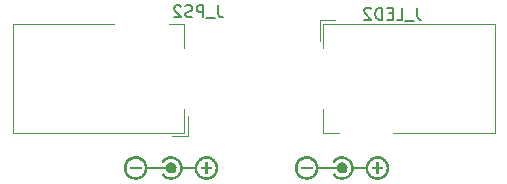
<source format=gbr>
%TF.GenerationSoftware,KiCad,Pcbnew,9.0.3*%
%TF.CreationDate,2025-07-15T20:34:28+12:00*%
%TF.ProjectId,LED_Dimmer,4c45445f-4469-46d6-9d65-722e6b696361,rev?*%
%TF.SameCoordinates,Original*%
%TF.FileFunction,Legend,Bot*%
%TF.FilePolarity,Positive*%
%FSLAX46Y46*%
G04 Gerber Fmt 4.6, Leading zero omitted, Abs format (unit mm)*
G04 Created by KiCad (PCBNEW 9.0.3) date 2025-07-15 20:34:28*
%MOMM*%
%LPD*%
G01*
G04 APERTURE LIST*
%ADD10C,0.150000*%
%ADD11C,0.120000*%
%ADD12C,0.000000*%
G04 APERTURE END LIST*
D10*
X98975841Y-42251848D02*
X98975841Y-42966133D01*
X98975841Y-42966133D02*
X99023460Y-43108990D01*
X99023460Y-43108990D02*
X99118698Y-43204229D01*
X99118698Y-43204229D02*
X99261555Y-43251848D01*
X99261555Y-43251848D02*
X99356793Y-43251848D01*
X98737746Y-43347086D02*
X97975841Y-43347086D01*
X97737745Y-43251848D02*
X97737745Y-42251848D01*
X97737745Y-42251848D02*
X97356793Y-42251848D01*
X97356793Y-42251848D02*
X97261555Y-42299467D01*
X97261555Y-42299467D02*
X97213936Y-42347086D01*
X97213936Y-42347086D02*
X97166317Y-42442324D01*
X97166317Y-42442324D02*
X97166317Y-42585181D01*
X97166317Y-42585181D02*
X97213936Y-42680419D01*
X97213936Y-42680419D02*
X97261555Y-42728038D01*
X97261555Y-42728038D02*
X97356793Y-42775657D01*
X97356793Y-42775657D02*
X97737745Y-42775657D01*
X96785364Y-43204229D02*
X96642507Y-43251848D01*
X96642507Y-43251848D02*
X96404412Y-43251848D01*
X96404412Y-43251848D02*
X96309174Y-43204229D01*
X96309174Y-43204229D02*
X96261555Y-43156609D01*
X96261555Y-43156609D02*
X96213936Y-43061371D01*
X96213936Y-43061371D02*
X96213936Y-42966133D01*
X96213936Y-42966133D02*
X96261555Y-42870895D01*
X96261555Y-42870895D02*
X96309174Y-42823276D01*
X96309174Y-42823276D02*
X96404412Y-42775657D01*
X96404412Y-42775657D02*
X96594888Y-42728038D01*
X96594888Y-42728038D02*
X96690126Y-42680419D01*
X96690126Y-42680419D02*
X96737745Y-42632800D01*
X96737745Y-42632800D02*
X96785364Y-42537562D01*
X96785364Y-42537562D02*
X96785364Y-42442324D01*
X96785364Y-42442324D02*
X96737745Y-42347086D01*
X96737745Y-42347086D02*
X96690126Y-42299467D01*
X96690126Y-42299467D02*
X96594888Y-42251848D01*
X96594888Y-42251848D02*
X96356793Y-42251848D01*
X96356793Y-42251848D02*
X96213936Y-42299467D01*
X95832983Y-42347086D02*
X95785364Y-42299467D01*
X95785364Y-42299467D02*
X95690126Y-42251848D01*
X95690126Y-42251848D02*
X95452031Y-42251848D01*
X95452031Y-42251848D02*
X95356793Y-42299467D01*
X95356793Y-42299467D02*
X95309174Y-42347086D01*
X95309174Y-42347086D02*
X95261555Y-42442324D01*
X95261555Y-42442324D02*
X95261555Y-42537562D01*
X95261555Y-42537562D02*
X95309174Y-42680419D01*
X95309174Y-42680419D02*
X95880602Y-43251848D01*
X95880602Y-43251848D02*
X95261555Y-43251848D01*
X115821428Y-42454819D02*
X115821428Y-43169104D01*
X115821428Y-43169104D02*
X115869047Y-43311961D01*
X115869047Y-43311961D02*
X115964285Y-43407200D01*
X115964285Y-43407200D02*
X116107142Y-43454819D01*
X116107142Y-43454819D02*
X116202380Y-43454819D01*
X115583333Y-43550057D02*
X114821428Y-43550057D01*
X114107142Y-43454819D02*
X114583332Y-43454819D01*
X114583332Y-43454819D02*
X114583332Y-42454819D01*
X113773808Y-42931009D02*
X113440475Y-42931009D01*
X113297618Y-43454819D02*
X113773808Y-43454819D01*
X113773808Y-43454819D02*
X113773808Y-42454819D01*
X113773808Y-42454819D02*
X113297618Y-42454819D01*
X112869046Y-43454819D02*
X112869046Y-42454819D01*
X112869046Y-42454819D02*
X112630951Y-42454819D01*
X112630951Y-42454819D02*
X112488094Y-42502438D01*
X112488094Y-42502438D02*
X112392856Y-42597676D01*
X112392856Y-42597676D02*
X112345237Y-42692914D01*
X112345237Y-42692914D02*
X112297618Y-42883390D01*
X112297618Y-42883390D02*
X112297618Y-43026247D01*
X112297618Y-43026247D02*
X112345237Y-43216723D01*
X112345237Y-43216723D02*
X112392856Y-43311961D01*
X112392856Y-43311961D02*
X112488094Y-43407200D01*
X112488094Y-43407200D02*
X112630951Y-43454819D01*
X112630951Y-43454819D02*
X112869046Y-43454819D01*
X111916665Y-42550057D02*
X111869046Y-42502438D01*
X111869046Y-42502438D02*
X111773808Y-42454819D01*
X111773808Y-42454819D02*
X111535713Y-42454819D01*
X111535713Y-42454819D02*
X111440475Y-42502438D01*
X111440475Y-42502438D02*
X111392856Y-42550057D01*
X111392856Y-42550057D02*
X111345237Y-42645295D01*
X111345237Y-42645295D02*
X111345237Y-42740533D01*
X111345237Y-42740533D02*
X111392856Y-42883390D01*
X111392856Y-42883390D02*
X111964284Y-43454819D01*
X111964284Y-43454819D02*
X111345237Y-43454819D01*
D11*
%TO.C,J_PS2*%
X81599999Y-43823111D02*
X81600001Y-53023108D01*
X81600001Y-53023108D02*
X96099999Y-53023107D01*
X90200000Y-43823110D02*
X81599999Y-43823111D01*
X96099999Y-53023107D02*
X96100003Y-51023109D01*
X96100000Y-45823106D02*
X96100002Y-43823111D01*
X96100002Y-43823111D02*
X94800001Y-43823109D01*
X96399997Y-51623110D02*
X96399998Y-53323111D01*
X96399998Y-53323111D02*
X95099998Y-53323113D01*
%TO.C,J_LED2*%
X107600001Y-43523108D02*
X108900001Y-43523109D01*
X107600001Y-45223110D02*
X107600001Y-43523108D01*
X107899999Y-53023109D02*
X109199999Y-53023110D01*
X107900001Y-43823110D02*
X107900000Y-45823110D01*
X107900001Y-51023110D02*
X107899999Y-53023109D01*
X113800000Y-53023109D02*
X122400001Y-53023108D01*
X122399999Y-43823109D02*
X107900001Y-43823110D01*
X122400001Y-53023108D02*
X122399999Y-43823109D01*
D12*
%TO.C,G2_R*%
G36*
X106977949Y-55999999D02*
G01*
X106977949Y-56098602D01*
X106479302Y-56098602D01*
X105980655Y-56098602D01*
X105980655Y-55999999D01*
X105980655Y-55901397D01*
X106479302Y-55901397D01*
X106977949Y-55901397D01*
X106977949Y-55999999D01*
G37*
G36*
X112572935Y-55701375D02*
G01*
X112572935Y-55901397D01*
X112772958Y-55901397D01*
X112972980Y-55901397D01*
X112972980Y-55999999D01*
X112972980Y-56098602D01*
X112772958Y-56098602D01*
X112572935Y-56098602D01*
X112572935Y-56298624D01*
X112572935Y-56498646D01*
X112471516Y-56498646D01*
X112370096Y-56498646D01*
X112370096Y-56298624D01*
X112370096Y-56098602D01*
X112170074Y-56098602D01*
X111970052Y-56098602D01*
X111970052Y-55999999D01*
X111970052Y-55901397D01*
X112170074Y-55901397D01*
X112370096Y-55901397D01*
X112370096Y-55701375D01*
X112370096Y-55501353D01*
X112471516Y-55501353D01*
X112572935Y-55501353D01*
X112572935Y-55701375D01*
G37*
G36*
X109937589Y-56045678D02*
G01*
X109933083Y-56088419D01*
X109925771Y-56123957D01*
X109925370Y-56125364D01*
X109900050Y-56194567D01*
X109866055Y-56257062D01*
X109824118Y-56312330D01*
X109774976Y-56359849D01*
X109719363Y-56399100D01*
X109658014Y-56429562D01*
X109591665Y-56450714D01*
X109521050Y-56462037D01*
X109446905Y-56463009D01*
X109409727Y-56460046D01*
X109372399Y-56454421D01*
X109337701Y-56445453D01*
X109301687Y-56432088D01*
X109260414Y-56413275D01*
X109233855Y-56399896D01*
X109212592Y-56387485D01*
X109193711Y-56373841D01*
X109173913Y-56356577D01*
X109149897Y-56333306D01*
X109119121Y-56301032D01*
X109092799Y-56268789D01*
X109071212Y-56235724D01*
X109052877Y-56199243D01*
X109036316Y-56156749D01*
X109020045Y-56105645D01*
X109019317Y-56105089D01*
X109014688Y-56104112D01*
X109005405Y-56103232D01*
X108990996Y-56102444D01*
X108970989Y-56101744D01*
X108944912Y-56101127D01*
X108912290Y-56100589D01*
X108872653Y-56100126D01*
X108825528Y-56099734D01*
X108770441Y-56099408D01*
X108706921Y-56099143D01*
X108634494Y-56098937D01*
X108552689Y-56098784D01*
X108461033Y-56098680D01*
X108359053Y-56098621D01*
X108246277Y-56098602D01*
X107474589Y-56098602D01*
X107470743Y-56131000D01*
X107464964Y-56171664D01*
X107443422Y-56269565D01*
X107411406Y-56366872D01*
X107369395Y-56462022D01*
X107338045Y-56519757D01*
X107281317Y-56605607D01*
X107216522Y-56683990D01*
X107144181Y-56754556D01*
X107064812Y-56816954D01*
X106978934Y-56870833D01*
X106887067Y-56915844D01*
X106789730Y-56951637D01*
X106687442Y-56977860D01*
X106580722Y-56994164D01*
X106579640Y-56994273D01*
X106553579Y-56996060D01*
X106520595Y-56997159D01*
X106484804Y-56997483D01*
X106450324Y-56996945D01*
X106426921Y-56995993D01*
X106318286Y-56985259D01*
X106214160Y-56964334D01*
X106114770Y-56933312D01*
X106020343Y-56892291D01*
X105931108Y-56841365D01*
X105847291Y-56780630D01*
X105769119Y-56710182D01*
X105765901Y-56706949D01*
X105695752Y-56628476D01*
X105635438Y-56544501D01*
X105584960Y-56455032D01*
X105544322Y-56360078D01*
X105513529Y-56259646D01*
X105492583Y-56153745D01*
X105481487Y-56042383D01*
X105480231Y-55999599D01*
X105480320Y-55997682D01*
X105706734Y-55997682D01*
X105707412Y-56045272D01*
X105709508Y-56090172D01*
X105713018Y-56129551D01*
X105717942Y-56160581D01*
X105720453Y-56171788D01*
X105747002Y-56263383D01*
X105782734Y-56349047D01*
X105827156Y-56428305D01*
X105879779Y-56500680D01*
X105940111Y-56565698D01*
X106007662Y-56622882D01*
X106081941Y-56671758D01*
X106162458Y-56711848D01*
X106248720Y-56742678D01*
X106340239Y-56763772D01*
X106347202Y-56764908D01*
X106397020Y-56770664D01*
X106452527Y-56773692D01*
X106509575Y-56773960D01*
X106564019Y-56771430D01*
X106611711Y-56766069D01*
X106661978Y-56756448D01*
X106749903Y-56731127D01*
X106832842Y-56696199D01*
X106910206Y-56652249D01*
X106981402Y-56599857D01*
X107045841Y-56539607D01*
X107102931Y-56472081D01*
X107152082Y-56397860D01*
X107192703Y-56317529D01*
X107224202Y-56231668D01*
X107245990Y-56140860D01*
X107250922Y-56105534D01*
X107254697Y-56056163D01*
X107256105Y-56002855D01*
X107255144Y-55949349D01*
X107251814Y-55899384D01*
X107246112Y-55856697D01*
X107242149Y-55836453D01*
X107219192Y-55750717D01*
X107187251Y-55668368D01*
X107147081Y-55590727D01*
X107099435Y-55519116D01*
X107045068Y-55454854D01*
X106984737Y-55399263D01*
X106964533Y-55383463D01*
X106885555Y-55330332D01*
X106802278Y-55287587D01*
X106714350Y-55255066D01*
X106621422Y-55232609D01*
X106612179Y-55231057D01*
X106571184Y-55226424D01*
X106523503Y-55223793D01*
X106472622Y-55223157D01*
X106422025Y-55224508D01*
X106375197Y-55227841D01*
X106335624Y-55233149D01*
X106312420Y-55237703D01*
X106222919Y-55262222D01*
X106137787Y-55296783D01*
X106057834Y-55340955D01*
X105983865Y-55394307D01*
X105916690Y-55456409D01*
X105859667Y-55522506D01*
X105811681Y-55592819D01*
X105772477Y-55668220D01*
X105741370Y-55750026D01*
X105717675Y-55839553D01*
X105713226Y-55867069D01*
X105709638Y-55905751D01*
X105707475Y-55950232D01*
X105706734Y-55997682D01*
X105480320Y-55997682D01*
X105484713Y-55903174D01*
X105498795Y-55806125D01*
X105521957Y-55710093D01*
X105553679Y-55616718D01*
X105593442Y-55527641D01*
X105640725Y-55444503D01*
X105695007Y-55368944D01*
X105717510Y-55342134D01*
X105789231Y-55268118D01*
X105867865Y-55202445D01*
X105952599Y-55145417D01*
X106042621Y-55097337D01*
X106137120Y-55058508D01*
X106235283Y-55029231D01*
X106336298Y-55009810D01*
X106439353Y-55000547D01*
X106543636Y-55001745D01*
X106648335Y-55013707D01*
X106723228Y-55028850D01*
X106825227Y-55058759D01*
X106921726Y-55098410D01*
X107012529Y-55147704D01*
X107097438Y-55206546D01*
X107176258Y-55274837D01*
X107199128Y-55297607D01*
X107268121Y-55376506D01*
X107327910Y-55461641D01*
X107378180Y-55552390D01*
X107418615Y-55648130D01*
X107448900Y-55748239D01*
X107468720Y-55852096D01*
X107475486Y-55901397D01*
X108246000Y-55901397D01*
X109016514Y-55901397D01*
X109028856Y-55860547D01*
X109035537Y-55840073D01*
X109064232Y-55774574D01*
X109101889Y-55715404D01*
X109147915Y-55663264D01*
X109201719Y-55618857D01*
X109262709Y-55582885D01*
X109297239Y-55567205D01*
X109342465Y-55551259D01*
X109388009Y-55541279D01*
X109437289Y-55536578D01*
X109493721Y-55536468D01*
X109509258Y-55537005D01*
X109539120Y-55538498D01*
X109562430Y-55540738D01*
X109582497Y-55544239D01*
X109602628Y-55549516D01*
X109626130Y-55557085D01*
X109633418Y-55559599D01*
X109693698Y-55585172D01*
X109747018Y-55617446D01*
X109796303Y-55658157D01*
X109828186Y-55691345D01*
X109870943Y-55748962D01*
X109904402Y-55812659D01*
X109928114Y-55881676D01*
X109933916Y-55911431D01*
X109938042Y-55953464D01*
X109939254Y-55999453D01*
X109939131Y-56002855D01*
X109937589Y-56045678D01*
G37*
G36*
X113468763Y-56001119D02*
G01*
X113467733Y-56049208D01*
X113457806Y-56154928D01*
X113437712Y-56256789D01*
X113407911Y-56354287D01*
X113368858Y-56446917D01*
X113321012Y-56534172D01*
X113264829Y-56615547D01*
X113200767Y-56690538D01*
X113129282Y-56758639D01*
X113050833Y-56819344D01*
X112965876Y-56872149D01*
X112874869Y-56916547D01*
X112778269Y-56952034D01*
X112676533Y-56978105D01*
X112570118Y-56994253D01*
X112516754Y-56997764D01*
X112438374Y-56997310D01*
X112356798Y-56991078D01*
X112275573Y-56979371D01*
X112198246Y-56962494D01*
X112104700Y-56932875D01*
X112011731Y-56892365D01*
X111924200Y-56842711D01*
X111842698Y-56784555D01*
X111767815Y-56718538D01*
X111700143Y-56645303D01*
X111640272Y-56565491D01*
X111588792Y-56479745D01*
X111546295Y-56388706D01*
X111513371Y-56293017D01*
X111490610Y-56193321D01*
X111490502Y-56192695D01*
X111485710Y-56164946D01*
X111481443Y-56140356D01*
X111478162Y-56121574D01*
X111476327Y-56111249D01*
X111473992Y-56098541D01*
X110971720Y-56099980D01*
X110469448Y-56101419D01*
X110459140Y-56162637D01*
X110454832Y-56186494D01*
X110429588Y-56288622D01*
X110394317Y-56386512D01*
X110349509Y-56479509D01*
X110295655Y-56566960D01*
X110233245Y-56648209D01*
X110162769Y-56722603D01*
X110084717Y-56789487D01*
X109999581Y-56848208D01*
X109907851Y-56898110D01*
X109874890Y-56913173D01*
X109774693Y-56951011D01*
X109672926Y-56977735D01*
X109569923Y-56993324D01*
X109466020Y-56997758D01*
X109361550Y-56991017D01*
X109256847Y-56973080D01*
X109152246Y-56943928D01*
X109125400Y-56934565D01*
X109055427Y-56905630D01*
X108987031Y-56870214D01*
X108916756Y-56826596D01*
X108905288Y-56818741D01*
X108860218Y-56784625D01*
X108813368Y-56744713D01*
X108767690Y-56701745D01*
X108726131Y-56658459D01*
X108691642Y-56617593D01*
X108657012Y-56572828D01*
X108740118Y-56515122D01*
X108764183Y-56498395D01*
X108788693Y-56481323D01*
X108808758Y-56467307D01*
X108822772Y-56457468D01*
X108829130Y-56452929D01*
X108830723Y-56452659D01*
X108838907Y-56457925D01*
X108851880Y-56471141D01*
X108868571Y-56491267D01*
X108872132Y-56495773D01*
X108929828Y-56559344D01*
X108996018Y-56616519D01*
X109069508Y-56666572D01*
X109149108Y-56708780D01*
X109233626Y-56742419D01*
X109321871Y-56766763D01*
X109359447Y-56772895D01*
X109405193Y-56777090D01*
X109455118Y-56779171D01*
X109505740Y-56779070D01*
X109553575Y-56776720D01*
X109595140Y-56772053D01*
X109637178Y-56764269D01*
X109726405Y-56739526D01*
X109811686Y-56704447D01*
X109892291Y-56659413D01*
X109967489Y-56604807D01*
X110036551Y-56541010D01*
X110037644Y-56539873D01*
X110096342Y-56472215D01*
X110145276Y-56401264D01*
X110185208Y-56325582D01*
X110216898Y-56243731D01*
X110241107Y-56154273D01*
X110247310Y-56119179D01*
X110252651Y-56065965D01*
X110254719Y-56008436D01*
X110254167Y-55981813D01*
X111696184Y-55981813D01*
X111696822Y-56032885D01*
X111699371Y-56082595D01*
X111703804Y-56127954D01*
X111710093Y-56165971D01*
X111725350Y-56225968D01*
X111756806Y-56314053D01*
X111797400Y-56395972D01*
X111846683Y-56471271D01*
X111904205Y-56539500D01*
X111969517Y-56600205D01*
X112042168Y-56652936D01*
X112121710Y-56697240D01*
X112207692Y-56732664D01*
X112299666Y-56758758D01*
X112306494Y-56760188D01*
X112341515Y-56765474D01*
X112383971Y-56769424D01*
X112430815Y-56771958D01*
X112478998Y-56773000D01*
X112525473Y-56772473D01*
X112567192Y-56770299D01*
X112601108Y-56766401D01*
X112635388Y-56760055D01*
X112726187Y-56735985D01*
X112811171Y-56702282D01*
X112890490Y-56658868D01*
X112964295Y-56605666D01*
X113032735Y-56542598D01*
X113087175Y-56480304D01*
X113136588Y-56409022D01*
X113177047Y-56332295D01*
X113209097Y-56249084D01*
X113233280Y-56158350D01*
X113237785Y-56132893D01*
X113242713Y-56088255D01*
X113245576Y-56038099D01*
X113246346Y-55985740D01*
X113244995Y-55934491D01*
X113241498Y-55887666D01*
X113235825Y-55848580D01*
X113219199Y-55779816D01*
X113188468Y-55691780D01*
X113148649Y-55609609D01*
X113100243Y-55533826D01*
X113043748Y-55464955D01*
X112979666Y-55403519D01*
X112908495Y-55350043D01*
X112830736Y-55305051D01*
X112746888Y-55269065D01*
X112657452Y-55242611D01*
X112589945Y-55229866D01*
X112498083Y-55221777D01*
X112406150Y-55223885D01*
X112315453Y-55235996D01*
X112227300Y-55257918D01*
X112142998Y-55289456D01*
X112063853Y-55330418D01*
X111990915Y-55379917D01*
X111922474Y-55439340D01*
X111862273Y-55506321D01*
X111810471Y-55580628D01*
X111767230Y-55662029D01*
X111732710Y-55750293D01*
X111707072Y-55845188D01*
X111706023Y-55850325D01*
X111700756Y-55887543D01*
X111697486Y-55932369D01*
X111696184Y-55981813D01*
X110254167Y-55981813D01*
X110253514Y-55950276D01*
X110249032Y-55895172D01*
X110241271Y-55846808D01*
X110221368Y-55770177D01*
X110189485Y-55684256D01*
X110148528Y-55604455D01*
X110098052Y-55529932D01*
X110037615Y-55459845D01*
X110036616Y-55458808D01*
X109967480Y-55394958D01*
X109892842Y-55340927D01*
X109812755Y-55296751D01*
X109727274Y-55262464D01*
X109725587Y-55261903D01*
X109680307Y-55247612D01*
X109640929Y-55237151D01*
X109604033Y-55229985D01*
X109566194Y-55225580D01*
X109523990Y-55223401D01*
X109474000Y-55222914D01*
X109432521Y-55223681D01*
X109365838Y-55228376D01*
X109305026Y-55237937D01*
X109247051Y-55253061D01*
X109188881Y-55274449D01*
X109127483Y-55302800D01*
X109121139Y-55306005D01*
X109058062Y-55341398D01*
X109000985Y-55380700D01*
X108947794Y-55425682D01*
X108896374Y-55478117D01*
X108844608Y-55539776D01*
X108834319Y-55552845D01*
X108747072Y-55492411D01*
X108746289Y-55491868D01*
X108718887Y-55472872D01*
X108694834Y-55456171D01*
X108675611Y-55442794D01*
X108662695Y-55433771D01*
X108657567Y-55430130D01*
X108658198Y-55426135D01*
X108665126Y-55415029D01*
X108677711Y-55398452D01*
X108694727Y-55377838D01*
X108714950Y-55354622D01*
X108737153Y-55330240D01*
X108760111Y-55306125D01*
X108782600Y-55283714D01*
X108837360Y-55233864D01*
X108896677Y-55187285D01*
X108958482Y-55146831D01*
X109026063Y-55110156D01*
X109067384Y-55090481D01*
X109147746Y-55057738D01*
X109227572Y-55033189D01*
X109310365Y-55015845D01*
X109399624Y-55004719D01*
X109428576Y-55002734D01*
X109509550Y-55002637D01*
X109594207Y-55009739D01*
X109679243Y-55023681D01*
X109761356Y-55044103D01*
X109839615Y-55070993D01*
X109932319Y-55113104D01*
X110019777Y-55164306D01*
X110101357Y-55223898D01*
X110176428Y-55291175D01*
X110244360Y-55365436D01*
X110304522Y-55445976D01*
X110356284Y-55532094D01*
X110399013Y-55623086D01*
X110432080Y-55718249D01*
X110454853Y-55816881D01*
X110455305Y-55819477D01*
X110460075Y-55846543D01*
X110464240Y-55869628D01*
X110467367Y-55886356D01*
X110469022Y-55894354D01*
X110469592Y-55894935D01*
X110474046Y-55896132D01*
X110483367Y-55897181D01*
X110498139Y-55898092D01*
X110518941Y-55898873D01*
X110546358Y-55899531D01*
X110580969Y-55900075D01*
X110623358Y-55900513D01*
X110674105Y-55900853D01*
X110733794Y-55901103D01*
X110803006Y-55901272D01*
X110882322Y-55901367D01*
X110972326Y-55901397D01*
X111473711Y-55901397D01*
X111476968Y-55880268D01*
X111489102Y-55810368D01*
X111505976Y-55734550D01*
X111525115Y-55668660D01*
X111526341Y-55665007D01*
X111564963Y-55567614D01*
X111612705Y-55476432D01*
X111669027Y-55391890D01*
X111733389Y-55314414D01*
X111805250Y-55244430D01*
X111884070Y-55182367D01*
X111969310Y-55128651D01*
X112060427Y-55083709D01*
X112156883Y-55047969D01*
X112258138Y-55021856D01*
X112363650Y-55005800D01*
X112437546Y-55000797D01*
X112543458Y-55002426D01*
X112646194Y-55014291D01*
X112745249Y-55035938D01*
X112840118Y-55066915D01*
X112930300Y-55106767D01*
X113015289Y-55155040D01*
X113094581Y-55211280D01*
X113167674Y-55275035D01*
X113234063Y-55345849D01*
X113293245Y-55423270D01*
X113344715Y-55506844D01*
X113387970Y-55596116D01*
X113422506Y-55690633D01*
X113447820Y-55789942D01*
X113463407Y-55893589D01*
X113467997Y-55985740D01*
X113468763Y-56001119D01*
G37*
%TO.C,G1_R*%
G36*
X92499949Y-55999999D02*
G01*
X92499949Y-56098602D01*
X92001302Y-56098602D01*
X91502655Y-56098602D01*
X91502655Y-55999999D01*
X91502655Y-55901397D01*
X92001302Y-55901397D01*
X92499949Y-55901397D01*
X92499949Y-55999999D01*
G37*
G36*
X98094935Y-55701375D02*
G01*
X98094935Y-55901397D01*
X98294958Y-55901397D01*
X98494980Y-55901397D01*
X98494980Y-55999999D01*
X98494980Y-56098602D01*
X98294958Y-56098602D01*
X98094935Y-56098602D01*
X98094935Y-56298624D01*
X98094935Y-56498646D01*
X97993516Y-56498646D01*
X97892096Y-56498646D01*
X97892096Y-56298624D01*
X97892096Y-56098602D01*
X97692074Y-56098602D01*
X97492052Y-56098602D01*
X97492052Y-55999999D01*
X97492052Y-55901397D01*
X97692074Y-55901397D01*
X97892096Y-55901397D01*
X97892096Y-55701375D01*
X97892096Y-55501353D01*
X97993516Y-55501353D01*
X98094935Y-55501353D01*
X98094935Y-55701375D01*
G37*
G36*
X95459589Y-56045678D02*
G01*
X95455083Y-56088419D01*
X95447771Y-56123957D01*
X95447370Y-56125364D01*
X95422050Y-56194567D01*
X95388055Y-56257062D01*
X95346118Y-56312330D01*
X95296976Y-56359849D01*
X95241363Y-56399100D01*
X95180014Y-56429562D01*
X95113665Y-56450714D01*
X95043050Y-56462037D01*
X94968905Y-56463009D01*
X94931727Y-56460046D01*
X94894399Y-56454421D01*
X94859701Y-56445453D01*
X94823687Y-56432088D01*
X94782414Y-56413275D01*
X94755855Y-56399896D01*
X94734592Y-56387485D01*
X94715711Y-56373841D01*
X94695913Y-56356577D01*
X94671897Y-56333306D01*
X94641121Y-56301032D01*
X94614799Y-56268789D01*
X94593212Y-56235724D01*
X94574877Y-56199243D01*
X94558316Y-56156749D01*
X94542045Y-56105645D01*
X94541317Y-56105089D01*
X94536688Y-56104112D01*
X94527405Y-56103232D01*
X94512996Y-56102444D01*
X94492989Y-56101744D01*
X94466912Y-56101127D01*
X94434290Y-56100589D01*
X94394653Y-56100126D01*
X94347528Y-56099734D01*
X94292441Y-56099408D01*
X94228921Y-56099143D01*
X94156494Y-56098937D01*
X94074689Y-56098784D01*
X93983033Y-56098680D01*
X93881053Y-56098621D01*
X93768277Y-56098602D01*
X92996589Y-56098602D01*
X92992743Y-56131000D01*
X92986964Y-56171664D01*
X92965422Y-56269565D01*
X92933406Y-56366872D01*
X92891395Y-56462022D01*
X92860045Y-56519757D01*
X92803317Y-56605607D01*
X92738522Y-56683990D01*
X92666181Y-56754556D01*
X92586812Y-56816954D01*
X92500934Y-56870833D01*
X92409067Y-56915844D01*
X92311730Y-56951637D01*
X92209442Y-56977860D01*
X92102722Y-56994164D01*
X92101640Y-56994273D01*
X92075579Y-56996060D01*
X92042595Y-56997159D01*
X92006804Y-56997483D01*
X91972324Y-56996945D01*
X91948921Y-56995993D01*
X91840286Y-56985259D01*
X91736160Y-56964334D01*
X91636770Y-56933312D01*
X91542343Y-56892291D01*
X91453108Y-56841365D01*
X91369291Y-56780630D01*
X91291119Y-56710182D01*
X91287901Y-56706949D01*
X91217752Y-56628476D01*
X91157438Y-56544501D01*
X91106960Y-56455032D01*
X91066322Y-56360078D01*
X91035529Y-56259646D01*
X91014583Y-56153745D01*
X91003487Y-56042383D01*
X91002231Y-55999599D01*
X91002320Y-55997682D01*
X91228734Y-55997682D01*
X91229412Y-56045272D01*
X91231508Y-56090172D01*
X91235018Y-56129551D01*
X91239942Y-56160581D01*
X91242453Y-56171788D01*
X91269002Y-56263383D01*
X91304734Y-56349047D01*
X91349156Y-56428305D01*
X91401779Y-56500680D01*
X91462111Y-56565698D01*
X91529662Y-56622882D01*
X91603941Y-56671758D01*
X91684458Y-56711848D01*
X91770720Y-56742678D01*
X91862239Y-56763772D01*
X91869202Y-56764908D01*
X91919020Y-56770664D01*
X91974527Y-56773692D01*
X92031575Y-56773960D01*
X92086019Y-56771430D01*
X92133711Y-56766069D01*
X92183978Y-56756448D01*
X92271903Y-56731127D01*
X92354842Y-56696199D01*
X92432206Y-56652249D01*
X92503402Y-56599857D01*
X92567841Y-56539607D01*
X92624931Y-56472081D01*
X92674082Y-56397860D01*
X92714703Y-56317529D01*
X92746202Y-56231668D01*
X92767990Y-56140860D01*
X92772922Y-56105534D01*
X92776697Y-56056163D01*
X92778105Y-56002855D01*
X92777144Y-55949349D01*
X92773814Y-55899384D01*
X92768112Y-55856697D01*
X92764149Y-55836453D01*
X92741192Y-55750717D01*
X92709251Y-55668368D01*
X92669081Y-55590727D01*
X92621435Y-55519116D01*
X92567068Y-55454854D01*
X92506737Y-55399263D01*
X92486533Y-55383463D01*
X92407555Y-55330332D01*
X92324278Y-55287587D01*
X92236350Y-55255066D01*
X92143422Y-55232609D01*
X92134179Y-55231057D01*
X92093184Y-55226424D01*
X92045503Y-55223793D01*
X91994622Y-55223157D01*
X91944025Y-55224508D01*
X91897197Y-55227841D01*
X91857624Y-55233149D01*
X91834420Y-55237703D01*
X91744919Y-55262222D01*
X91659787Y-55296783D01*
X91579834Y-55340955D01*
X91505865Y-55394307D01*
X91438690Y-55456409D01*
X91381667Y-55522506D01*
X91333681Y-55592819D01*
X91294477Y-55668220D01*
X91263370Y-55750026D01*
X91239675Y-55839553D01*
X91235226Y-55867069D01*
X91231638Y-55905751D01*
X91229475Y-55950232D01*
X91228734Y-55997682D01*
X91002320Y-55997682D01*
X91006713Y-55903174D01*
X91020795Y-55806125D01*
X91043957Y-55710093D01*
X91075679Y-55616718D01*
X91115442Y-55527641D01*
X91162725Y-55444503D01*
X91217007Y-55368944D01*
X91239510Y-55342134D01*
X91311231Y-55268118D01*
X91389865Y-55202445D01*
X91474599Y-55145417D01*
X91564621Y-55097337D01*
X91659120Y-55058508D01*
X91757283Y-55029231D01*
X91858298Y-55009810D01*
X91961353Y-55000547D01*
X92065636Y-55001745D01*
X92170335Y-55013707D01*
X92245228Y-55028850D01*
X92347227Y-55058759D01*
X92443726Y-55098410D01*
X92534529Y-55147704D01*
X92619438Y-55206546D01*
X92698258Y-55274837D01*
X92721128Y-55297607D01*
X92790121Y-55376506D01*
X92849910Y-55461641D01*
X92900180Y-55552390D01*
X92940615Y-55648130D01*
X92970900Y-55748239D01*
X92990720Y-55852096D01*
X92997486Y-55901397D01*
X93768000Y-55901397D01*
X94538514Y-55901397D01*
X94550856Y-55860547D01*
X94557537Y-55840073D01*
X94586232Y-55774574D01*
X94623889Y-55715404D01*
X94669915Y-55663264D01*
X94723719Y-55618857D01*
X94784709Y-55582885D01*
X94819239Y-55567205D01*
X94864465Y-55551259D01*
X94910009Y-55541279D01*
X94959289Y-55536578D01*
X95015721Y-55536468D01*
X95031258Y-55537005D01*
X95061120Y-55538498D01*
X95084430Y-55540738D01*
X95104497Y-55544239D01*
X95124628Y-55549516D01*
X95148130Y-55557085D01*
X95155418Y-55559599D01*
X95215698Y-55585172D01*
X95269018Y-55617446D01*
X95318303Y-55658157D01*
X95350186Y-55691345D01*
X95392943Y-55748962D01*
X95426402Y-55812659D01*
X95450114Y-55881676D01*
X95455916Y-55911431D01*
X95460042Y-55953464D01*
X95461254Y-55999453D01*
X95461131Y-56002855D01*
X95459589Y-56045678D01*
G37*
G36*
X98990763Y-56001119D02*
G01*
X98989733Y-56049208D01*
X98979806Y-56154928D01*
X98959712Y-56256789D01*
X98929911Y-56354287D01*
X98890858Y-56446917D01*
X98843012Y-56534172D01*
X98786829Y-56615547D01*
X98722767Y-56690538D01*
X98651282Y-56758639D01*
X98572833Y-56819344D01*
X98487876Y-56872149D01*
X98396869Y-56916547D01*
X98300269Y-56952034D01*
X98198533Y-56978105D01*
X98092118Y-56994253D01*
X98038754Y-56997764D01*
X97960374Y-56997310D01*
X97878798Y-56991078D01*
X97797573Y-56979371D01*
X97720246Y-56962494D01*
X97626700Y-56932875D01*
X97533731Y-56892365D01*
X97446200Y-56842711D01*
X97364698Y-56784555D01*
X97289815Y-56718538D01*
X97222143Y-56645303D01*
X97162272Y-56565491D01*
X97110792Y-56479745D01*
X97068295Y-56388706D01*
X97035371Y-56293017D01*
X97012610Y-56193321D01*
X97012502Y-56192695D01*
X97007710Y-56164946D01*
X97003443Y-56140356D01*
X97000162Y-56121574D01*
X96998327Y-56111249D01*
X96995992Y-56098541D01*
X96493720Y-56099980D01*
X95991448Y-56101419D01*
X95981140Y-56162637D01*
X95976832Y-56186494D01*
X95951588Y-56288622D01*
X95916317Y-56386512D01*
X95871509Y-56479509D01*
X95817655Y-56566960D01*
X95755245Y-56648209D01*
X95684769Y-56722603D01*
X95606717Y-56789487D01*
X95521581Y-56848208D01*
X95429851Y-56898110D01*
X95396890Y-56913173D01*
X95296693Y-56951011D01*
X95194926Y-56977735D01*
X95091923Y-56993324D01*
X94988020Y-56997758D01*
X94883550Y-56991017D01*
X94778847Y-56973080D01*
X94674246Y-56943928D01*
X94647400Y-56934565D01*
X94577427Y-56905630D01*
X94509031Y-56870214D01*
X94438756Y-56826596D01*
X94427288Y-56818741D01*
X94382218Y-56784625D01*
X94335368Y-56744713D01*
X94289690Y-56701745D01*
X94248131Y-56658459D01*
X94213642Y-56617593D01*
X94179012Y-56572828D01*
X94262118Y-56515122D01*
X94286183Y-56498395D01*
X94310693Y-56481323D01*
X94330758Y-56467307D01*
X94344772Y-56457468D01*
X94351130Y-56452929D01*
X94352723Y-56452659D01*
X94360907Y-56457925D01*
X94373880Y-56471141D01*
X94390571Y-56491267D01*
X94394132Y-56495773D01*
X94451828Y-56559344D01*
X94518018Y-56616519D01*
X94591508Y-56666572D01*
X94671108Y-56708780D01*
X94755626Y-56742419D01*
X94843871Y-56766763D01*
X94881447Y-56772895D01*
X94927193Y-56777090D01*
X94977118Y-56779171D01*
X95027740Y-56779070D01*
X95075575Y-56776720D01*
X95117140Y-56772053D01*
X95159178Y-56764269D01*
X95248405Y-56739526D01*
X95333686Y-56704447D01*
X95414291Y-56659413D01*
X95489489Y-56604807D01*
X95558551Y-56541010D01*
X95559644Y-56539873D01*
X95618342Y-56472215D01*
X95667276Y-56401264D01*
X95707208Y-56325582D01*
X95738898Y-56243731D01*
X95763107Y-56154273D01*
X95769310Y-56119179D01*
X95774651Y-56065965D01*
X95776719Y-56008436D01*
X95776167Y-55981813D01*
X97218184Y-55981813D01*
X97218822Y-56032885D01*
X97221371Y-56082595D01*
X97225804Y-56127954D01*
X97232093Y-56165971D01*
X97247350Y-56225968D01*
X97278806Y-56314053D01*
X97319400Y-56395972D01*
X97368683Y-56471271D01*
X97426205Y-56539500D01*
X97491517Y-56600205D01*
X97564168Y-56652936D01*
X97643710Y-56697240D01*
X97729692Y-56732664D01*
X97821666Y-56758758D01*
X97828494Y-56760188D01*
X97863515Y-56765474D01*
X97905971Y-56769424D01*
X97952815Y-56771958D01*
X98000998Y-56773000D01*
X98047473Y-56772473D01*
X98089192Y-56770299D01*
X98123108Y-56766401D01*
X98157388Y-56760055D01*
X98248187Y-56735985D01*
X98333171Y-56702282D01*
X98412490Y-56658868D01*
X98486295Y-56605666D01*
X98554735Y-56542598D01*
X98609175Y-56480304D01*
X98658588Y-56409022D01*
X98699047Y-56332295D01*
X98731097Y-56249084D01*
X98755280Y-56158350D01*
X98759785Y-56132893D01*
X98764713Y-56088255D01*
X98767576Y-56038099D01*
X98768346Y-55985740D01*
X98766995Y-55934491D01*
X98763498Y-55887666D01*
X98757825Y-55848580D01*
X98741199Y-55779816D01*
X98710468Y-55691780D01*
X98670649Y-55609609D01*
X98622243Y-55533826D01*
X98565748Y-55464955D01*
X98501666Y-55403519D01*
X98430495Y-55350043D01*
X98352736Y-55305051D01*
X98268888Y-55269065D01*
X98179452Y-55242611D01*
X98111945Y-55229866D01*
X98020083Y-55221777D01*
X97928150Y-55223885D01*
X97837453Y-55235996D01*
X97749300Y-55257918D01*
X97664998Y-55289456D01*
X97585853Y-55330418D01*
X97512915Y-55379917D01*
X97444474Y-55439340D01*
X97384273Y-55506321D01*
X97332471Y-55580628D01*
X97289230Y-55662029D01*
X97254710Y-55750293D01*
X97229072Y-55845188D01*
X97228023Y-55850325D01*
X97222756Y-55887543D01*
X97219486Y-55932369D01*
X97218184Y-55981813D01*
X95776167Y-55981813D01*
X95775514Y-55950276D01*
X95771032Y-55895172D01*
X95763271Y-55846808D01*
X95743368Y-55770177D01*
X95711485Y-55684256D01*
X95670528Y-55604455D01*
X95620052Y-55529932D01*
X95559615Y-55459845D01*
X95558616Y-55458808D01*
X95489480Y-55394958D01*
X95414842Y-55340927D01*
X95334755Y-55296751D01*
X95249274Y-55262464D01*
X95247587Y-55261903D01*
X95202307Y-55247612D01*
X95162929Y-55237151D01*
X95126033Y-55229985D01*
X95088194Y-55225580D01*
X95045990Y-55223401D01*
X94996000Y-55222914D01*
X94954521Y-55223681D01*
X94887838Y-55228376D01*
X94827026Y-55237937D01*
X94769051Y-55253061D01*
X94710881Y-55274449D01*
X94649483Y-55302800D01*
X94643139Y-55306005D01*
X94580062Y-55341398D01*
X94522985Y-55380700D01*
X94469794Y-55425682D01*
X94418374Y-55478117D01*
X94366608Y-55539776D01*
X94356319Y-55552845D01*
X94269072Y-55492411D01*
X94268289Y-55491868D01*
X94240887Y-55472872D01*
X94216834Y-55456171D01*
X94197611Y-55442794D01*
X94184695Y-55433771D01*
X94179567Y-55430130D01*
X94180198Y-55426135D01*
X94187126Y-55415029D01*
X94199711Y-55398452D01*
X94216727Y-55377838D01*
X94236950Y-55354622D01*
X94259153Y-55330240D01*
X94282111Y-55306125D01*
X94304600Y-55283714D01*
X94359360Y-55233864D01*
X94418677Y-55187285D01*
X94480482Y-55146831D01*
X94548063Y-55110156D01*
X94589384Y-55090481D01*
X94669746Y-55057738D01*
X94749572Y-55033189D01*
X94832365Y-55015845D01*
X94921624Y-55004719D01*
X94950576Y-55002734D01*
X95031550Y-55002637D01*
X95116207Y-55009739D01*
X95201243Y-55023681D01*
X95283356Y-55044103D01*
X95361615Y-55070993D01*
X95454319Y-55113104D01*
X95541777Y-55164306D01*
X95623357Y-55223898D01*
X95698428Y-55291175D01*
X95766360Y-55365436D01*
X95826522Y-55445976D01*
X95878284Y-55532094D01*
X95921013Y-55623086D01*
X95954080Y-55718249D01*
X95976853Y-55816881D01*
X95977305Y-55819477D01*
X95982075Y-55846543D01*
X95986240Y-55869628D01*
X95989367Y-55886356D01*
X95991022Y-55894354D01*
X95991592Y-55894935D01*
X95996046Y-55896132D01*
X96005367Y-55897181D01*
X96020139Y-55898092D01*
X96040941Y-55898873D01*
X96068358Y-55899531D01*
X96102969Y-55900075D01*
X96145358Y-55900513D01*
X96196105Y-55900853D01*
X96255794Y-55901103D01*
X96325006Y-55901272D01*
X96404322Y-55901367D01*
X96494326Y-55901397D01*
X96995711Y-55901397D01*
X96998968Y-55880268D01*
X97011102Y-55810368D01*
X97027976Y-55734550D01*
X97047115Y-55668660D01*
X97048341Y-55665007D01*
X97086963Y-55567614D01*
X97134705Y-55476432D01*
X97191027Y-55391890D01*
X97255389Y-55314414D01*
X97327250Y-55244430D01*
X97406070Y-55182367D01*
X97491310Y-55128651D01*
X97582427Y-55083709D01*
X97678883Y-55047969D01*
X97780138Y-55021856D01*
X97885650Y-55005800D01*
X97959546Y-55000797D01*
X98065458Y-55002426D01*
X98168194Y-55014291D01*
X98267249Y-55035938D01*
X98362118Y-55066915D01*
X98452300Y-55106767D01*
X98537289Y-55155040D01*
X98616581Y-55211280D01*
X98689674Y-55275035D01*
X98756063Y-55345849D01*
X98815245Y-55423270D01*
X98866715Y-55506844D01*
X98909970Y-55596116D01*
X98944506Y-55690633D01*
X98969820Y-55789942D01*
X98985407Y-55893589D01*
X98989997Y-55985740D01*
X98990763Y-56001119D01*
G37*
%TD*%
M02*

</source>
